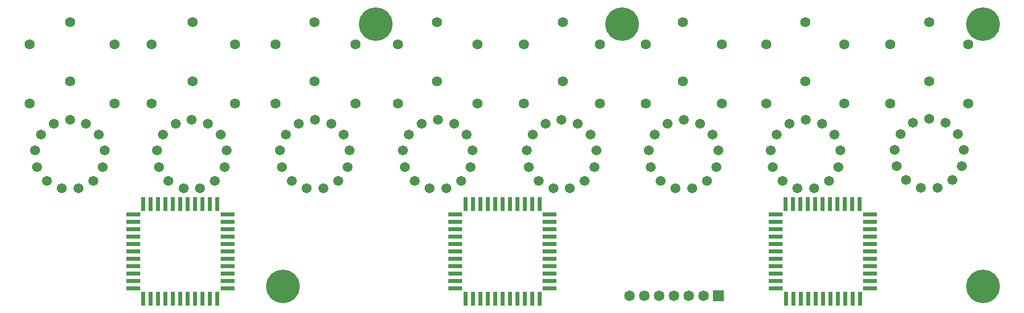
<source format=gbr>
G04 DipTrace 2.4.0.2*
%INTopMask.gbr*%
%MOIN*%
%ADD38C,0.0671*%
%ADD40R,0.0316X0.0946*%
%ADD42R,0.0946X0.0316*%
%ADD44C,0.068*%
%ADD46C,0.068*%
%ADD48C,0.2267*%
%ADD50C,0.0718*%
%ADD52R,0.0718X0.0718*%
%FSLAX44Y44*%
G04*
G70*
G90*
G75*
G01*
%LNTopMask*%
%LPD*%
D52*
X52690Y4690D3*
D50*
X51690D3*
X50690D3*
X49690D3*
X48690D3*
X47690D3*
X46690D3*
D48*
X29565Y23065D3*
X46190D3*
X70565D3*
Y5315D3*
X23315D3*
D46*
X8940Y23190D3*
D44*
Y19190D3*
D46*
X17190Y23190D3*
D44*
Y19190D3*
D46*
X25440Y23190D3*
D44*
Y19190D3*
D46*
X33690Y23190D3*
D44*
Y19190D3*
D46*
X42190Y23190D3*
D44*
Y19190D3*
D46*
X50315Y23190D3*
D44*
Y19190D3*
D46*
X58565Y23190D3*
D44*
Y19190D3*
D46*
X66940Y23190D3*
D44*
Y19190D3*
D46*
X6190Y21690D3*
D44*
Y17690D3*
D46*
X11940Y21690D3*
D44*
Y17690D3*
D46*
X14440Y21690D3*
D44*
Y17690D3*
D46*
X20065Y21690D3*
D44*
Y17690D3*
D46*
X22815Y21690D3*
D44*
Y17690D3*
D46*
X28190Y21690D3*
D44*
Y17690D3*
D46*
X31065Y21690D3*
D44*
Y17690D3*
D46*
X36440Y21690D3*
D44*
Y17690D3*
D46*
X39565Y21690D3*
D44*
Y17690D3*
D46*
X44690Y21690D3*
D44*
Y17690D3*
D46*
X47815Y21690D3*
D44*
Y17690D3*
D46*
X52940Y21690D3*
D44*
Y17690D3*
D46*
X55940Y21690D3*
D44*
Y17690D3*
D46*
X61190Y21690D3*
D44*
Y17690D3*
D46*
X64315Y21690D3*
D44*
Y17690D3*
D46*
X69565Y21690D3*
D44*
Y17690D3*
D42*
X13190Y10190D3*
Y9690D3*
Y9190D3*
Y8690D3*
Y8190D3*
Y7690D3*
Y7190D3*
Y6690D3*
Y6190D3*
Y5690D3*
Y5190D3*
D40*
X13884Y4506D3*
X14384D3*
X14884D3*
X15384D3*
X15884D3*
X16384D3*
X16884D3*
X17384D3*
X17884D3*
X18384D3*
X18884D3*
D42*
X19568Y5200D3*
Y5700D3*
Y6200D3*
Y6700D3*
Y7200D3*
Y7700D3*
Y8200D3*
Y8700D3*
Y9200D3*
Y9700D3*
Y10200D3*
D40*
X18874Y10884D3*
X18374D3*
X17874D3*
X17374D3*
X16874D3*
X16374D3*
X15874D3*
X15374D3*
X14874D3*
X14374D3*
X13874D3*
D42*
X34940Y10190D3*
Y9690D3*
Y9190D3*
Y8690D3*
Y8190D3*
Y7690D3*
Y7190D3*
Y6690D3*
Y6190D3*
Y5690D3*
Y5190D3*
D40*
X35634Y4506D3*
X36134D3*
X36634D3*
X37134D3*
X37634D3*
X38134D3*
X38634D3*
X39134D3*
X39634D3*
X40134D3*
X40634D3*
D42*
X41318Y5200D3*
Y5700D3*
Y6200D3*
Y6700D3*
Y7200D3*
Y7700D3*
Y8200D3*
Y8700D3*
Y9200D3*
Y9700D3*
Y10200D3*
D40*
X40624Y10884D3*
X40124D3*
X39624D3*
X39124D3*
X38624D3*
X38124D3*
X37624D3*
X37124D3*
X36624D3*
X36124D3*
X35624D3*
D42*
X56565Y10190D3*
Y9690D3*
Y9190D3*
Y8690D3*
Y8190D3*
Y7690D3*
Y7190D3*
Y6690D3*
Y6190D3*
Y5690D3*
Y5190D3*
D40*
X57259Y4506D3*
X57759D3*
X58259D3*
X58759D3*
X59259D3*
X59759D3*
X60259D3*
X60759D3*
X61259D3*
X61759D3*
X62259D3*
D42*
X62943Y5200D3*
Y5700D3*
Y6200D3*
Y6700D3*
Y7200D3*
Y7700D3*
Y8200D3*
Y8700D3*
Y9200D3*
Y9700D3*
Y10200D3*
D40*
X62249Y10884D3*
X61749D3*
X61249D3*
X60749D3*
X60249D3*
X59749D3*
X59249D3*
X58749D3*
X58249D3*
X57749D3*
X57249D3*
D38*
X8921Y16606D3*
X7823Y16336D3*
X6977Y15586D3*
X6576Y14529D3*
X6713Y13406D3*
X7355Y12476D3*
X8356Y11951D3*
X9487D3*
X10488Y12476D3*
X11130Y13406D3*
X11266Y14529D3*
X10865Y15586D3*
X10019Y16336D3*
X17153Y16606D3*
X16055Y16336D3*
X15208Y15586D3*
X14808Y14529D3*
X14944Y13406D3*
X15586Y12476D3*
X16587Y11951D3*
X17718D3*
X18719Y12476D3*
X19361Y13406D3*
X19497Y14529D3*
X19097Y15586D3*
X18250Y16336D3*
X25457Y16606D3*
X24360Y16336D3*
X23513Y15586D3*
X23113Y14529D3*
X23249Y13406D3*
X23891Y12476D3*
X24892Y11951D3*
X26023D3*
X27024Y12476D3*
X27666Y13406D3*
X27802Y14529D3*
X27402Y15586D3*
X26555Y16336D3*
X33758Y16606D3*
X32660Y16336D3*
X31813Y15586D3*
X31413Y14529D3*
X31549Y13406D3*
X32191Y12476D3*
X33192Y11951D3*
X34323D3*
X35324Y12476D3*
X35966Y13406D3*
X36102Y14529D3*
X35702Y15586D3*
X34855Y16336D3*
X42120Y16606D3*
X41022Y16336D3*
X40176Y15586D3*
X39775Y14529D3*
X39911Y13406D3*
X40554Y12476D3*
X41555Y11951D3*
X42685D3*
X43686Y12476D3*
X44329Y13406D3*
X44465Y14529D3*
X44064Y15586D3*
X43218Y16336D3*
X50358Y16606D3*
X49260Y16336D3*
X48413Y15586D3*
X48013Y14529D3*
X48149Y13406D3*
X48791Y12476D3*
X49792Y11951D3*
X50923D3*
X51924Y12476D3*
X52566Y13406D3*
X52702Y14529D3*
X52302Y15586D3*
X51455Y16336D3*
X58595Y16606D3*
X57497Y16336D3*
X56651Y15586D3*
X56250Y14529D3*
X56386Y13406D3*
X57029Y12476D3*
X58030Y11951D3*
X59160D3*
X60161Y12476D3*
X60804Y13406D3*
X60940Y14529D3*
X60539Y15586D3*
X59693Y16336D3*
X66940Y16652D3*
X65842Y16382D3*
X64996Y15632D3*
X64595Y14575D3*
X64731Y13452D3*
X65374Y12522D3*
X66375Y11996D3*
X67505D3*
X68506Y12522D3*
X69149Y13452D3*
X69285Y14575D3*
X68884Y15632D3*
X68038Y16382D3*
M02*

</source>
